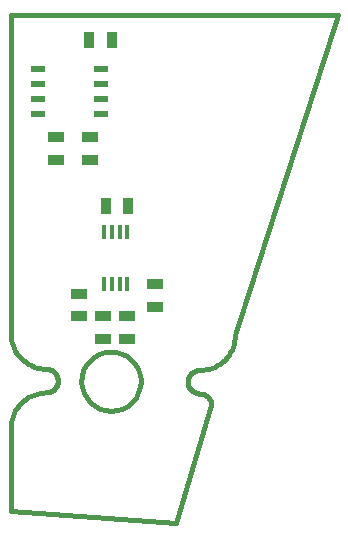
<source format=gbp>
G04 (created by PCBNEW-RS274X (2012-01-19 BZR 3256)-stable) date 21-08-2012 09:46:15*
G01*
G70*
G90*
%MOIN*%
G04 Gerber Fmt 3.4, Leading zero omitted, Abs format*
%FSLAX34Y34*%
G04 APERTURE LIST*
%ADD10C,0.006000*%
%ADD11C,0.015000*%
%ADD12R,0.045000X0.020000*%
%ADD13R,0.035000X0.055000*%
%ADD14R,0.055000X0.035000*%
%ADD15R,0.016000X0.050000*%
G04 APERTURE END LIST*
G54D10*
G54D11*
X50237Y-35394D02*
X50235Y-35360D01*
X50231Y-35326D01*
X50223Y-35293D01*
X50213Y-35260D01*
X50200Y-35228D01*
X50184Y-35198D01*
X50165Y-35169D01*
X50144Y-35141D01*
X50121Y-35116D01*
X50096Y-35093D01*
X50068Y-35072D01*
X50040Y-35053D01*
X50009Y-35037D01*
X49977Y-35024D01*
X49944Y-35014D01*
X49911Y-35006D01*
X49877Y-35002D01*
X49843Y-35000D01*
X49449Y-34606D02*
X49451Y-34640D01*
X49455Y-34674D01*
X49463Y-34707D01*
X49473Y-34740D01*
X49486Y-34772D01*
X49502Y-34802D01*
X49521Y-34831D01*
X49542Y-34859D01*
X49565Y-34884D01*
X49590Y-34907D01*
X49618Y-34928D01*
X49647Y-34947D01*
X49677Y-34963D01*
X49709Y-34976D01*
X49742Y-34986D01*
X49775Y-34994D01*
X49809Y-34998D01*
X49843Y-35000D01*
X49843Y-34212D02*
X49809Y-34214D01*
X49775Y-34218D01*
X49742Y-34226D01*
X49709Y-34236D01*
X49677Y-34249D01*
X49647Y-34265D01*
X49618Y-34284D01*
X49590Y-34305D01*
X49565Y-34328D01*
X49542Y-34353D01*
X49521Y-34381D01*
X49502Y-34410D01*
X49486Y-34440D01*
X49473Y-34472D01*
X49463Y-34505D01*
X49455Y-34538D01*
X49451Y-34572D01*
X49449Y-34606D01*
X49843Y-34212D02*
X49945Y-34207D01*
X50048Y-34194D01*
X50148Y-34171D01*
X50246Y-34140D01*
X50342Y-34101D01*
X50433Y-34053D01*
X50520Y-33998D01*
X50602Y-33935D01*
X50678Y-33866D01*
X50747Y-33790D01*
X50810Y-33708D01*
X50865Y-33621D01*
X50913Y-33530D01*
X50952Y-33434D01*
X50983Y-33336D01*
X51006Y-33236D01*
X51019Y-33133D01*
X51024Y-33031D01*
X44724Y-34961D02*
X44622Y-34966D01*
X44519Y-34979D01*
X44419Y-35002D01*
X44321Y-35033D01*
X44225Y-35072D01*
X44134Y-35120D01*
X44047Y-35175D01*
X43965Y-35238D01*
X43889Y-35307D01*
X43820Y-35383D01*
X43757Y-35465D01*
X43702Y-35552D01*
X43654Y-35643D01*
X43615Y-35739D01*
X43584Y-35837D01*
X43561Y-35937D01*
X43548Y-36040D01*
X43543Y-36142D01*
X44724Y-34961D02*
X44758Y-34959D01*
X44792Y-34955D01*
X44825Y-34947D01*
X44858Y-34937D01*
X44890Y-34924D01*
X44921Y-34908D01*
X44949Y-34889D01*
X44977Y-34868D01*
X45002Y-34845D01*
X45025Y-34820D01*
X45046Y-34792D01*
X45065Y-34763D01*
X45081Y-34733D01*
X45094Y-34701D01*
X45104Y-34668D01*
X45112Y-34635D01*
X45116Y-34601D01*
X45118Y-34567D01*
X45118Y-34567D02*
X45116Y-34533D01*
X45112Y-34499D01*
X45104Y-34466D01*
X45094Y-34433D01*
X45081Y-34401D01*
X45065Y-34371D01*
X45046Y-34342D01*
X45025Y-34314D01*
X45002Y-34289D01*
X44977Y-34266D01*
X44949Y-34245D01*
X44921Y-34226D01*
X44890Y-34210D01*
X44858Y-34197D01*
X44825Y-34187D01*
X44792Y-34179D01*
X44758Y-34175D01*
X44724Y-34173D01*
X43543Y-32992D02*
X43548Y-33094D01*
X43561Y-33197D01*
X43584Y-33297D01*
X43615Y-33395D01*
X43654Y-33491D01*
X43702Y-33582D01*
X43757Y-33669D01*
X43820Y-33751D01*
X43889Y-33827D01*
X43965Y-33896D01*
X44047Y-33959D01*
X44134Y-34014D01*
X44225Y-34062D01*
X44321Y-34101D01*
X44419Y-34132D01*
X44519Y-34155D01*
X44622Y-34168D01*
X44724Y-34173D01*
X51024Y-33031D02*
X54449Y-22382D01*
X43543Y-32992D02*
X43543Y-22382D01*
X43543Y-22382D02*
X54449Y-22382D01*
X47878Y-34587D02*
X47859Y-34778D01*
X47803Y-34963D01*
X47712Y-35133D01*
X47591Y-35283D01*
X47442Y-35406D01*
X47272Y-35497D01*
X47088Y-35554D01*
X46896Y-35574D01*
X46705Y-35557D01*
X46520Y-35503D01*
X46350Y-35413D01*
X46199Y-35292D01*
X46075Y-35145D01*
X45982Y-34976D01*
X45924Y-34792D01*
X45903Y-34600D01*
X45919Y-34409D01*
X45972Y-34224D01*
X46060Y-34052D01*
X46180Y-33901D01*
X46327Y-33776D01*
X46495Y-33682D01*
X46678Y-33623D01*
X46870Y-33600D01*
X47061Y-33615D01*
X47247Y-33666D01*
X47419Y-33753D01*
X47571Y-33872D01*
X47697Y-34018D01*
X47792Y-34186D01*
X47853Y-34369D01*
X47877Y-34560D01*
X47878Y-34587D01*
X50236Y-35394D02*
X49055Y-39311D01*
X43543Y-38917D02*
X43543Y-36102D01*
X43543Y-38917D02*
X49055Y-39311D01*
G54D12*
X44444Y-24188D03*
X46544Y-24188D03*
X44444Y-24688D03*
X44444Y-25188D03*
X44444Y-25688D03*
X46544Y-24688D03*
X46544Y-25188D03*
X46544Y-25688D03*
G54D13*
X46160Y-23228D03*
X46910Y-23228D03*
G54D14*
X48347Y-31357D03*
X48347Y-32107D03*
X47441Y-32420D03*
X47441Y-33170D03*
X45061Y-26453D03*
X45061Y-27203D03*
X46614Y-32420D03*
X46614Y-33170D03*
X46202Y-26453D03*
X46202Y-27203D03*
G54D13*
X47462Y-28740D03*
X46712Y-28740D03*
G54D14*
X45827Y-32422D03*
X45827Y-31672D03*
G54D15*
X47433Y-31347D03*
X47178Y-31347D03*
X46918Y-31347D03*
X46663Y-31347D03*
X46663Y-29597D03*
X46918Y-29597D03*
X47178Y-29597D03*
X47433Y-29597D03*
M02*

</source>
